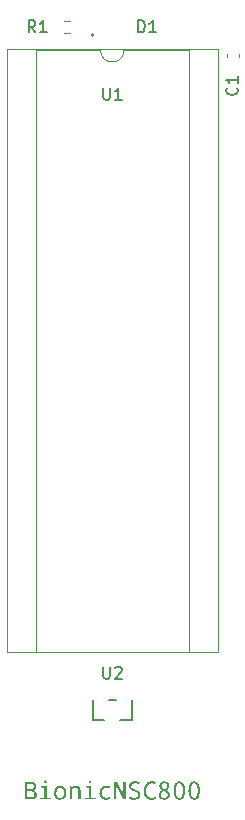
<source format=gbr>
G04 #@! TF.GenerationSoftware,KiCad,Pcbnew,8.0.4+dfsg-1*
G04 #@! TF.CreationDate,2025-02-23T16:27:37+09:00*
G04 #@! TF.ProjectId,bionic-nsc800,62696f6e-6963-42d6-9e73-633830302e6b,3*
G04 #@! TF.SameCoordinates,Original*
G04 #@! TF.FileFunction,Legend,Top*
G04 #@! TF.FilePolarity,Positive*
%FSLAX46Y46*%
G04 Gerber Fmt 4.6, Leading zero omitted, Abs format (unit mm)*
G04 Created by KiCad (PCBNEW 8.0.4+dfsg-1) date 2025-02-23 16:27:37*
%MOMM*%
%LPD*%
G01*
G04 APERTURE LIST*
%ADD10C,0.150000*%
%ADD11C,0.152400*%
%ADD12C,0.120000*%
G04 APERTURE END LIST*
D10*
G36*
X106815392Y-135683563D02*
G01*
X106892198Y-135690137D01*
X106974376Y-135703811D01*
X107045659Y-135723797D01*
X107115049Y-135755090D01*
X107140248Y-135771131D01*
X107196027Y-135822719D01*
X107235869Y-135888092D01*
X107259774Y-135967250D01*
X107267618Y-136047821D01*
X107267743Y-136060192D01*
X107259836Y-136137873D01*
X107232873Y-136213404D01*
X107186776Y-136278545D01*
X107130591Y-136326122D01*
X107063243Y-136360319D01*
X106984732Y-136381134D01*
X106967690Y-136383692D01*
X106967690Y-136393950D01*
X107047890Y-136411627D01*
X107117396Y-136436815D01*
X107189241Y-136478861D01*
X107244378Y-136532642D01*
X107282807Y-136598158D01*
X107304528Y-136675409D01*
X107309874Y-136745660D01*
X107305251Y-136818981D01*
X107288168Y-136896774D01*
X107258498Y-136966222D01*
X107216240Y-137027326D01*
X107178350Y-137065862D01*
X107116392Y-137111115D01*
X107045284Y-137145253D01*
X106965024Y-137168276D01*
X106888946Y-137179164D01*
X106820412Y-137182000D01*
X106277460Y-137182000D01*
X106277460Y-137018235D01*
X106470168Y-137018235D01*
X106786340Y-137018235D01*
X106861473Y-137013855D01*
X106941302Y-136996065D01*
X107016436Y-136956652D01*
X107069029Y-136897533D01*
X107099082Y-136818707D01*
X107106909Y-136737966D01*
X107098760Y-136663135D01*
X107067470Y-136590080D01*
X107012713Y-136535288D01*
X106934489Y-136498761D01*
X106851375Y-136482272D01*
X106773151Y-136478214D01*
X106470168Y-136478214D01*
X106470168Y-137018235D01*
X106277460Y-137018235D01*
X106277460Y-136314449D01*
X106470168Y-136314449D01*
X106762526Y-136314449D01*
X106837494Y-136310946D01*
X106915875Y-136296713D01*
X106987454Y-136265183D01*
X106996999Y-136258395D01*
X107044678Y-136200759D01*
X107067115Y-136126089D01*
X107070639Y-136073015D01*
X107061331Y-135997322D01*
X107026331Y-135928965D01*
X106991870Y-135898259D01*
X106919811Y-135865887D01*
X106839926Y-135850324D01*
X106763036Y-135845344D01*
X106742010Y-135845136D01*
X106470168Y-135845136D01*
X106470168Y-136314449D01*
X106277460Y-136314449D01*
X106277460Y-135681371D01*
X106731019Y-135681371D01*
X106815392Y-135683563D01*
G37*
G36*
X108050663Y-135587582D02*
G01*
X108125295Y-135609952D01*
X108158134Y-135677061D01*
X108159840Y-135704452D01*
X108141498Y-135776580D01*
X108127233Y-135793113D01*
X108058869Y-135821801D01*
X108050663Y-135822055D01*
X107979264Y-135802646D01*
X107943080Y-135738332D01*
X107940387Y-135704452D01*
X107958587Y-135628784D01*
X108024817Y-135589408D01*
X108050663Y-135587582D01*
G37*
G36*
X107956141Y-136203807D02*
G01*
X107678803Y-136182191D01*
X107678803Y-136056528D01*
X108143353Y-136056528D01*
X108143353Y-137034721D01*
X108506054Y-137055237D01*
X108506054Y-137182000D01*
X107601500Y-137182000D01*
X107601500Y-137055237D01*
X107956141Y-137034721D01*
X107956141Y-136203807D01*
G37*
G36*
X109375096Y-136038697D02*
G01*
X109450736Y-136055544D01*
X109520657Y-136083622D01*
X109584859Y-136122932D01*
X109643343Y-136173473D01*
X109661567Y-136192816D01*
X109710249Y-136256400D01*
X109748859Y-136327352D01*
X109777396Y-136405671D01*
X109795862Y-136491357D01*
X109803556Y-136568390D01*
X109804815Y-136617066D01*
X109801363Y-136699648D01*
X109791005Y-136776577D01*
X109773742Y-136847854D01*
X109743912Y-136925924D01*
X109704139Y-136995854D01*
X109663399Y-137047910D01*
X109607207Y-137101448D01*
X109544422Y-137143909D01*
X109475041Y-137175293D01*
X109399067Y-137195601D01*
X109316497Y-137204831D01*
X109287509Y-137205447D01*
X109206747Y-137199818D01*
X109131523Y-137182933D01*
X109061838Y-137154790D01*
X108997692Y-137115390D01*
X108939083Y-137064733D01*
X108920778Y-137045346D01*
X108871972Y-136981396D01*
X108833263Y-136909900D01*
X108804652Y-136830855D01*
X108788523Y-136759219D01*
X108779407Y-136682342D01*
X108777163Y-136617066D01*
X108970970Y-136617066D01*
X108973788Y-136694390D01*
X108986310Y-136785657D01*
X109008850Y-136863404D01*
X109051112Y-136941573D01*
X109109027Y-136998615D01*
X109182595Y-137034531D01*
X109271816Y-137049319D01*
X109291539Y-137049742D01*
X109366414Y-137042981D01*
X109445970Y-137015517D01*
X109509926Y-136966925D01*
X109558283Y-136897207D01*
X109585738Y-136826221D01*
X109603209Y-136741714D01*
X109610696Y-136643686D01*
X109611008Y-136617066D01*
X109608181Y-136540528D01*
X109595616Y-136450187D01*
X109572999Y-136373231D01*
X109530591Y-136295856D01*
X109472478Y-136239393D01*
X109398657Y-136203843D01*
X109309131Y-136189204D01*
X109289341Y-136188786D01*
X109214722Y-136195478D01*
X109135441Y-136222664D01*
X109071704Y-136270761D01*
X109023514Y-136339771D01*
X108996154Y-136410036D01*
X108978743Y-136493684D01*
X108971281Y-136590717D01*
X108970970Y-136617066D01*
X108777163Y-136617066D01*
X108780571Y-136535249D01*
X108790795Y-136459014D01*
X108812060Y-136374899D01*
X108843139Y-136298821D01*
X108884033Y-136230780D01*
X108916748Y-136189885D01*
X108972531Y-136136596D01*
X109035193Y-136094333D01*
X109104732Y-136063094D01*
X109181149Y-136042881D01*
X109264444Y-136033694D01*
X109293737Y-136033081D01*
X109375096Y-136038697D01*
G37*
G36*
X110833200Y-137182000D02*
G01*
X110833200Y-136455866D01*
X110827216Y-136378924D01*
X110804238Y-136303808D01*
X110755649Y-136239907D01*
X110683604Y-136201566D01*
X110603181Y-136189047D01*
X110588102Y-136188786D01*
X110513913Y-136195174D01*
X110435088Y-136221128D01*
X110371718Y-136267045D01*
X110323804Y-136332926D01*
X110291347Y-136418771D01*
X110276509Y-136501821D01*
X110271563Y-136597648D01*
X110271563Y-137182000D01*
X110083985Y-137182000D01*
X110083985Y-136056528D01*
X110235293Y-136056528D01*
X110263137Y-136206371D01*
X110273395Y-136206371D01*
X110317951Y-136147480D01*
X110381850Y-136094173D01*
X110458581Y-136057450D01*
X110534564Y-136039173D01*
X110619976Y-136033081D01*
X110713914Y-136039521D01*
X110795327Y-136058841D01*
X110864215Y-136091041D01*
X110932711Y-136149404D01*
X110973418Y-136210584D01*
X111001599Y-136284644D01*
X111017255Y-136371583D01*
X111020778Y-136445241D01*
X111020778Y-137182000D01*
X110833200Y-137182000D01*
G37*
G36*
X111831542Y-135587582D02*
G01*
X111906175Y-135609952D01*
X111939013Y-135677061D01*
X111940719Y-135704452D01*
X111922378Y-135776580D01*
X111908112Y-135793113D01*
X111839748Y-135821801D01*
X111831542Y-135822055D01*
X111760143Y-135802646D01*
X111723959Y-135738332D01*
X111721267Y-135704452D01*
X111739466Y-135628784D01*
X111805696Y-135589408D01*
X111831542Y-135587582D01*
G37*
G36*
X111737020Y-136203807D02*
G01*
X111459683Y-136182191D01*
X111459683Y-136056528D01*
X111924232Y-136056528D01*
X111924232Y-137034721D01*
X112286933Y-137055237D01*
X112286933Y-137182000D01*
X111382380Y-137182000D01*
X111382380Y-137055237D01*
X111737020Y-137034721D01*
X111737020Y-136203807D01*
G37*
G36*
X113532938Y-136093898D02*
G01*
X113469191Y-136256563D01*
X113393948Y-136230437D01*
X113322828Y-136211775D01*
X113247744Y-136199704D01*
X113192952Y-136196846D01*
X113103393Y-136203504D01*
X113025775Y-136223476D01*
X112960099Y-136256764D01*
X112894795Y-136317098D01*
X112855987Y-136380344D01*
X112829119Y-136456906D01*
X112814192Y-136546782D01*
X112810834Y-136622928D01*
X112814102Y-136697764D01*
X112828628Y-136786095D01*
X112854774Y-136861340D01*
X112903799Y-136936993D01*
X112970981Y-136992200D01*
X113056319Y-137026960D01*
X113137664Y-137040046D01*
X113182694Y-137041682D01*
X113264095Y-137037698D01*
X113346367Y-137025745D01*
X113419068Y-137008750D01*
X113492436Y-136985654D01*
X113513521Y-136977935D01*
X113513521Y-137142799D01*
X113440545Y-137170207D01*
X113359739Y-137189785D01*
X113282610Y-137200491D01*
X113199485Y-137205202D01*
X113174634Y-137205447D01*
X113094747Y-137201789D01*
X113020639Y-137190814D01*
X112939336Y-137167986D01*
X112866354Y-137134623D01*
X112801692Y-137090723D01*
X112763207Y-137055604D01*
X112713528Y-136994827D01*
X112674129Y-136924880D01*
X112645007Y-136845763D01*
X112628590Y-136772826D01*
X112619311Y-136693521D01*
X112617027Y-136625492D01*
X112620677Y-136538418D01*
X112631625Y-136458088D01*
X112649871Y-136384502D01*
X112681401Y-136305101D01*
X112723442Y-136235412D01*
X112766504Y-136184756D01*
X112826821Y-136133210D01*
X112895664Y-136092329D01*
X112973035Y-136062113D01*
X113058931Y-136042561D01*
X113137025Y-136034414D01*
X113186724Y-136033081D01*
X113266027Y-136035991D01*
X113343332Y-136044722D01*
X113418638Y-136059273D01*
X113491945Y-136079644D01*
X113532938Y-136093898D01*
G37*
G36*
X114825105Y-137182000D02*
G01*
X114603821Y-137182000D01*
X114005914Y-135941124D01*
X113997854Y-135941124D01*
X114003131Y-136026427D01*
X114007514Y-136104879D01*
X114011593Y-136189977D01*
X114014384Y-136265209D01*
X114016011Y-136340510D01*
X114016172Y-136368671D01*
X114016172Y-137182000D01*
X113839218Y-137182000D01*
X113839218Y-135681371D01*
X114058671Y-135681371D01*
X114654013Y-136916019D01*
X114660241Y-136916019D01*
X114656892Y-136841584D01*
X114653334Y-136757637D01*
X114650473Y-136683797D01*
X114647962Y-136608531D01*
X114646176Y-136530816D01*
X114645953Y-136501661D01*
X114645953Y-135681371D01*
X114825105Y-135681371D01*
X114825105Y-137182000D01*
G37*
G36*
X115105740Y-137135105D02*
G01*
X115105740Y-136953388D01*
X115186927Y-136983394D01*
X115267547Y-137007192D01*
X115347600Y-137024782D01*
X115427087Y-137036164D01*
X115506007Y-137041337D01*
X115532188Y-137041682D01*
X115616681Y-137037789D01*
X115689908Y-137026112D01*
X115765599Y-137000566D01*
X115833193Y-136953855D01*
X115875440Y-136889627D01*
X115892338Y-136807881D01*
X115892690Y-136792554D01*
X115882489Y-136719276D01*
X115844802Y-136651365D01*
X115820150Y-136628057D01*
X115752659Y-136585750D01*
X115681441Y-136551826D01*
X115603836Y-136519965D01*
X115525960Y-136491036D01*
X115449839Y-136461717D01*
X115382219Y-136430363D01*
X115314073Y-136391211D01*
X115250360Y-136343074D01*
X115218214Y-136311152D01*
X115173230Y-136247492D01*
X115142969Y-136173980D01*
X115128429Y-136100363D01*
X115125157Y-136040042D01*
X115131486Y-135965380D01*
X115154218Y-135889153D01*
X115193481Y-135822635D01*
X115249278Y-135765826D01*
X115257415Y-135759407D01*
X115320136Y-135719864D01*
X115392254Y-135690034D01*
X115473768Y-135669916D01*
X115551117Y-135660402D01*
X115620848Y-135657924D01*
X115707805Y-135660745D01*
X115791723Y-135669207D01*
X115872600Y-135683311D01*
X115950438Y-135703056D01*
X116025237Y-135728442D01*
X116049494Y-135738158D01*
X115983549Y-135907418D01*
X115909888Y-135880027D01*
X115838108Y-135858302D01*
X115756741Y-135840120D01*
X115677933Y-135829652D01*
X115612422Y-135826818D01*
X115525453Y-135832068D01*
X115453225Y-135847820D01*
X115386008Y-135880582D01*
X115334417Y-135937916D01*
X115311717Y-136015832D01*
X115310537Y-136041874D01*
X115320017Y-136114912D01*
X115355039Y-136185407D01*
X115377948Y-136210768D01*
X115441307Y-136255720D01*
X115508758Y-136289826D01*
X115582541Y-136320646D01*
X115656752Y-136347788D01*
X115731863Y-136376210D01*
X115811136Y-136410694D01*
X115878558Y-136445590D01*
X115942241Y-136486823D01*
X115995272Y-136534634D01*
X116040095Y-136600222D01*
X116068316Y-136676543D01*
X116079522Y-136754409D01*
X116080269Y-136782296D01*
X116073432Y-136864640D01*
X116052920Y-136938884D01*
X116018735Y-137005029D01*
X115970875Y-137063074D01*
X115937387Y-137092607D01*
X115869286Y-137136575D01*
X115801760Y-137165666D01*
X115725786Y-137186824D01*
X115641361Y-137200047D01*
X115564554Y-137205006D01*
X115532188Y-137205447D01*
X115449809Y-137203729D01*
X115373263Y-137198577D01*
X115289105Y-137187861D01*
X115213345Y-137172199D01*
X115135572Y-137147676D01*
X115105740Y-137135105D01*
G37*
G36*
X117378664Y-136976836D02*
G01*
X117378664Y-137144264D01*
X117299140Y-137171031D01*
X117222606Y-137188179D01*
X117139587Y-137199472D01*
X117063264Y-137204491D01*
X117009735Y-137205447D01*
X116932478Y-137202293D01*
X116842475Y-137189479D01*
X116759771Y-137166808D01*
X116684366Y-137134281D01*
X116616260Y-137091897D01*
X116555452Y-137039656D01*
X116522470Y-137003580D01*
X116473814Y-136936355D01*
X116433405Y-136860848D01*
X116401243Y-136777059D01*
X116381451Y-136704063D01*
X116366936Y-136625767D01*
X116357700Y-136542170D01*
X116353741Y-136453273D01*
X116353576Y-136430220D01*
X116356456Y-136343426D01*
X116365094Y-136261280D01*
X116379491Y-136183783D01*
X116399647Y-136110934D01*
X116432940Y-136026409D01*
X116475231Y-135949147D01*
X116526520Y-135879147D01*
X116537858Y-135866019D01*
X116598852Y-135806070D01*
X116666429Y-135756281D01*
X116740589Y-135716654D01*
X116821332Y-135687187D01*
X116908658Y-135667882D01*
X116983259Y-135659753D01*
X117041975Y-135657924D01*
X117124944Y-135661041D01*
X117203765Y-135670392D01*
X117278439Y-135685977D01*
X117348965Y-135707795D01*
X117426004Y-135741130D01*
X117436549Y-135746584D01*
X117356315Y-135907418D01*
X117286927Y-135876012D01*
X117208056Y-135849566D01*
X117129643Y-135833194D01*
X117051687Y-135826897D01*
X117041975Y-135826818D01*
X116962012Y-135832550D01*
X116888360Y-135849744D01*
X116810409Y-135884293D01*
X116741048Y-135934445D01*
X116688433Y-135989850D01*
X116643611Y-136055057D01*
X116608062Y-136128405D01*
X116581787Y-136209892D01*
X116566975Y-136284016D01*
X116558603Y-136363794D01*
X116556542Y-136431685D01*
X116559557Y-136520538D01*
X116568599Y-136602539D01*
X116583671Y-136677688D01*
X116609714Y-136758823D01*
X116644439Y-136830093D01*
X116680007Y-136881947D01*
X116739635Y-136942189D01*
X116810168Y-136987635D01*
X116879303Y-137014811D01*
X116956450Y-137031118D01*
X117041609Y-137036553D01*
X117122482Y-137031829D01*
X117203517Y-137019699D01*
X117281486Y-137002962D01*
X117353562Y-136984067D01*
X117378664Y-136976836D01*
G37*
G36*
X118193147Y-135662587D02*
G01*
X118265760Y-135676577D01*
X118340247Y-135703986D01*
X118405666Y-135743576D01*
X118420604Y-135755377D01*
X118472055Y-135808385D01*
X118512366Y-135878256D01*
X118532579Y-135949462D01*
X118538207Y-136018793D01*
X118528714Y-136103500D01*
X118500236Y-136180943D01*
X118452774Y-136251122D01*
X118398719Y-136304055D01*
X118331480Y-136351944D01*
X118268196Y-136386623D01*
X118342814Y-136429018D01*
X118407483Y-136473772D01*
X118474329Y-136533030D01*
X118525629Y-136595974D01*
X118561383Y-136662603D01*
X118583769Y-136747422D01*
X118586567Y-136791822D01*
X118580343Y-136870060D01*
X118561673Y-136941287D01*
X118525093Y-137014102D01*
X118472257Y-137077757D01*
X118456507Y-137092240D01*
X118395770Y-137136351D01*
X118327038Y-137169628D01*
X118250312Y-137192070D01*
X118165591Y-137203678D01*
X118113590Y-137205447D01*
X118033623Y-137201699D01*
X117960507Y-137190455D01*
X117883866Y-137167862D01*
X117816552Y-137135066D01*
X117766277Y-137098835D01*
X117711780Y-137040056D01*
X117672854Y-136970699D01*
X117649498Y-136890763D01*
X117641835Y-136812141D01*
X117641713Y-136800248D01*
X117641778Y-136799515D01*
X117824895Y-136799515D01*
X117834890Y-136883184D01*
X117871816Y-136958918D01*
X117935950Y-137011091D01*
X118012577Y-137037057D01*
X118091703Y-137045472D01*
X118109194Y-137045712D01*
X118183080Y-137040409D01*
X118259690Y-137019523D01*
X118326082Y-136978667D01*
X118372965Y-136920742D01*
X118398210Y-136848081D01*
X118403018Y-136791455D01*
X118390606Y-136714739D01*
X118353370Y-136646157D01*
X118338172Y-136628057D01*
X118282854Y-136578422D01*
X118221622Y-136537038D01*
X118155127Y-136499669D01*
X118117620Y-136480778D01*
X118086846Y-136466490D01*
X118011382Y-136507368D01*
X117948708Y-136552378D01*
X117890383Y-136611845D01*
X117850476Y-136677263D01*
X117828988Y-136748631D01*
X117824895Y-136799515D01*
X117641778Y-136799515D01*
X117648806Y-136720514D01*
X117670085Y-136646862D01*
X117705550Y-136579292D01*
X117755200Y-136517804D01*
X117819037Y-136462399D01*
X117897059Y-136413075D01*
X117932240Y-136395049D01*
X117862475Y-136346300D01*
X117804535Y-136293705D01*
X117750615Y-136225514D01*
X117713722Y-136151785D01*
X117693857Y-136072517D01*
X117690841Y-136027952D01*
X117873622Y-136027952D01*
X117883369Y-136102765D01*
X117915446Y-136171093D01*
X117924546Y-136183290D01*
X117980676Y-136234909D01*
X118043931Y-136274779D01*
X118115789Y-136310785D01*
X118184604Y-136276253D01*
X118251786Y-136230091D01*
X118308937Y-136169724D01*
X118343228Y-136102344D01*
X118354658Y-136027952D01*
X118343956Y-135952646D01*
X118305010Y-135885740D01*
X118289812Y-135871515D01*
X118223744Y-135834699D01*
X118145694Y-135818974D01*
X118111392Y-135817659D01*
X118035795Y-135825232D01*
X117963487Y-135853212D01*
X117937736Y-135871515D01*
X117891716Y-135932711D01*
X117874185Y-136009146D01*
X117873622Y-136027952D01*
X117690841Y-136027952D01*
X117690073Y-136016595D01*
X117697561Y-135938422D01*
X117723884Y-135860659D01*
X117769161Y-135793676D01*
X117809874Y-135755011D01*
X117873919Y-135712535D01*
X117945887Y-135682196D01*
X118025777Y-135663992D01*
X118102181Y-135658019D01*
X118113590Y-135657924D01*
X118193147Y-135662587D01*
G37*
G36*
X119457153Y-135664918D02*
G01*
X119534403Y-135685899D01*
X119603435Y-135720869D01*
X119664250Y-135769826D01*
X119716848Y-135832770D01*
X119732554Y-135856860D01*
X119767806Y-135923339D01*
X119797083Y-135998440D01*
X119820385Y-136082163D01*
X119834725Y-136155350D01*
X119845240Y-136234056D01*
X119851932Y-136318279D01*
X119854800Y-136408021D01*
X119854920Y-136431319D01*
X119853032Y-136525061D01*
X119847369Y-136612755D01*
X119837931Y-136694402D01*
X119824718Y-136770000D01*
X119797819Y-136872058D01*
X119762426Y-136960508D01*
X119718538Y-137035350D01*
X119666156Y-137096585D01*
X119605280Y-137144212D01*
X119535910Y-137178231D01*
X119458045Y-137198643D01*
X119371685Y-137205447D01*
X119287227Y-137198453D01*
X119210806Y-137177471D01*
X119142421Y-137142502D01*
X119082074Y-137093545D01*
X119029764Y-137030601D01*
X119014114Y-137006511D01*
X118979073Y-136940014D01*
X118949971Y-136864860D01*
X118926809Y-136781047D01*
X118912555Y-136707762D01*
X118902102Y-136628937D01*
X118895450Y-136544570D01*
X118892600Y-136454662D01*
X118892481Y-136431319D01*
X118892496Y-136430586D01*
X119083357Y-136430586D01*
X119084444Y-136509515D01*
X119087707Y-136582719D01*
X119094845Y-136666174D01*
X119105381Y-136740685D01*
X119122512Y-136818291D01*
X119148683Y-136892553D01*
X119152966Y-136901731D01*
X119192739Y-136964723D01*
X119249363Y-137014076D01*
X119318564Y-137040650D01*
X119371685Y-137045712D01*
X119450627Y-137034294D01*
X119516817Y-137000040D01*
X119570256Y-136942949D01*
X119594435Y-136901364D01*
X119622129Y-136829374D01*
X119640453Y-136753855D01*
X119651905Y-136681181D01*
X119659887Y-136599652D01*
X119664399Y-136509269D01*
X119665509Y-136430586D01*
X119664399Y-136352425D01*
X119659887Y-136262612D01*
X119651905Y-136181565D01*
X119637746Y-136095878D01*
X119618589Y-136022814D01*
X119594435Y-135962373D01*
X119553860Y-135899061D01*
X119496170Y-135849456D01*
X119425730Y-135822747D01*
X119371685Y-135817659D01*
X119294099Y-135829019D01*
X119229091Y-135863100D01*
X119176660Y-135919900D01*
X119152966Y-135961274D01*
X119125843Y-136032693D01*
X119107897Y-136107835D01*
X119096680Y-136180272D01*
X119088863Y-136261636D01*
X119084444Y-136351927D01*
X119083357Y-136430586D01*
X118892496Y-136430586D01*
X118894353Y-136337666D01*
X118899968Y-136250055D01*
X118909328Y-136168486D01*
X118922431Y-136092959D01*
X118949106Y-135990998D01*
X118984204Y-135902631D01*
X119027725Y-135827860D01*
X119079670Y-135766683D01*
X119140039Y-135719101D01*
X119208831Y-135685114D01*
X119286046Y-135664722D01*
X119371685Y-135657924D01*
X119457153Y-135664918D01*
G37*
G36*
X120717446Y-135664918D02*
G01*
X120794696Y-135685899D01*
X120863728Y-135720869D01*
X120924543Y-135769826D01*
X120977141Y-135832770D01*
X120992847Y-135856860D01*
X121028099Y-135923339D01*
X121057376Y-135998440D01*
X121080678Y-136082163D01*
X121095018Y-136155350D01*
X121105534Y-136234056D01*
X121112225Y-136318279D01*
X121115093Y-136408021D01*
X121115213Y-136431319D01*
X121113325Y-136525061D01*
X121107662Y-136612755D01*
X121098224Y-136694402D01*
X121085011Y-136770000D01*
X121058112Y-136872058D01*
X121022719Y-136960508D01*
X120978831Y-137035350D01*
X120926449Y-137096585D01*
X120865573Y-137144212D01*
X120796203Y-137178231D01*
X120718338Y-137198643D01*
X120631978Y-137205447D01*
X120547520Y-137198453D01*
X120471099Y-137177471D01*
X120402715Y-137142502D01*
X120342367Y-137093545D01*
X120290058Y-137030601D01*
X120274407Y-137006511D01*
X120239366Y-136940014D01*
X120210265Y-136864860D01*
X120187102Y-136781047D01*
X120172848Y-136707762D01*
X120162395Y-136628937D01*
X120155744Y-136544570D01*
X120152893Y-136454662D01*
X120152774Y-136431319D01*
X120152789Y-136430586D01*
X120343650Y-136430586D01*
X120344737Y-136509515D01*
X120348000Y-136582719D01*
X120355138Y-136666174D01*
X120365675Y-136740685D01*
X120382805Y-136818291D01*
X120408976Y-136892553D01*
X120413259Y-136901731D01*
X120453032Y-136964723D01*
X120509656Y-137014076D01*
X120578857Y-137040650D01*
X120631978Y-137045712D01*
X120710920Y-137034294D01*
X120777110Y-137000040D01*
X120830549Y-136942949D01*
X120854728Y-136901364D01*
X120882422Y-136829374D01*
X120900746Y-136753855D01*
X120912198Y-136681181D01*
X120920180Y-136599652D01*
X120924692Y-136509269D01*
X120925803Y-136430586D01*
X120924692Y-136352425D01*
X120920180Y-136262612D01*
X120912198Y-136181565D01*
X120898039Y-136095878D01*
X120878882Y-136022814D01*
X120854728Y-135962373D01*
X120814153Y-135899061D01*
X120756464Y-135849456D01*
X120686023Y-135822747D01*
X120631978Y-135817659D01*
X120554393Y-135829019D01*
X120489384Y-135863100D01*
X120436953Y-135919900D01*
X120413259Y-135961274D01*
X120386136Y-136032693D01*
X120368190Y-136107835D01*
X120356973Y-136180272D01*
X120349156Y-136261636D01*
X120344737Y-136351927D01*
X120343650Y-136430586D01*
X120152789Y-136430586D01*
X120154646Y-136337666D01*
X120160262Y-136250055D01*
X120169621Y-136168486D01*
X120182724Y-136092959D01*
X120209399Y-135990998D01*
X120244497Y-135902631D01*
X120288018Y-135827860D01*
X120339963Y-135766683D01*
X120400332Y-135719101D01*
X120469124Y-135685114D01*
X120546339Y-135664722D01*
X120631978Y-135657924D01*
X120717446Y-135664918D01*
G37*
X112938095Y-125969819D02*
X112938095Y-126779342D01*
X112938095Y-126779342D02*
X112985714Y-126874580D01*
X112985714Y-126874580D02*
X113033333Y-126922200D01*
X113033333Y-126922200D02*
X113128571Y-126969819D01*
X113128571Y-126969819D02*
X113319047Y-126969819D01*
X113319047Y-126969819D02*
X113414285Y-126922200D01*
X113414285Y-126922200D02*
X113461904Y-126874580D01*
X113461904Y-126874580D02*
X113509523Y-126779342D01*
X113509523Y-126779342D02*
X113509523Y-125969819D01*
X113938095Y-126065057D02*
X113985714Y-126017438D01*
X113985714Y-126017438D02*
X114080952Y-125969819D01*
X114080952Y-125969819D02*
X114319047Y-125969819D01*
X114319047Y-125969819D02*
X114414285Y-126017438D01*
X114414285Y-126017438D02*
X114461904Y-126065057D01*
X114461904Y-126065057D02*
X114509523Y-126160295D01*
X114509523Y-126160295D02*
X114509523Y-126255533D01*
X114509523Y-126255533D02*
X114461904Y-126398390D01*
X114461904Y-126398390D02*
X113890476Y-126969819D01*
X113890476Y-126969819D02*
X114509523Y-126969819D01*
X112938095Y-76947819D02*
X112938095Y-77757342D01*
X112938095Y-77757342D02*
X112985714Y-77852580D01*
X112985714Y-77852580D02*
X113033333Y-77900200D01*
X113033333Y-77900200D02*
X113128571Y-77947819D01*
X113128571Y-77947819D02*
X113319047Y-77947819D01*
X113319047Y-77947819D02*
X113414285Y-77900200D01*
X113414285Y-77900200D02*
X113461904Y-77852580D01*
X113461904Y-77852580D02*
X113509523Y-77757342D01*
X113509523Y-77757342D02*
X113509523Y-76947819D01*
X114509523Y-77947819D02*
X113938095Y-77947819D01*
X114223809Y-77947819D02*
X114223809Y-76947819D01*
X114223809Y-76947819D02*
X114128571Y-77090676D01*
X114128571Y-77090676D02*
X114033333Y-77185914D01*
X114033333Y-77185914D02*
X113938095Y-77233533D01*
X115882905Y-72232819D02*
X115882905Y-71232819D01*
X115882905Y-71232819D02*
X116121000Y-71232819D01*
X116121000Y-71232819D02*
X116263857Y-71280438D01*
X116263857Y-71280438D02*
X116359095Y-71375676D01*
X116359095Y-71375676D02*
X116406714Y-71470914D01*
X116406714Y-71470914D02*
X116454333Y-71661390D01*
X116454333Y-71661390D02*
X116454333Y-71804247D01*
X116454333Y-71804247D02*
X116406714Y-71994723D01*
X116406714Y-71994723D02*
X116359095Y-72089961D01*
X116359095Y-72089961D02*
X116263857Y-72185200D01*
X116263857Y-72185200D02*
X116121000Y-72232819D01*
X116121000Y-72232819D02*
X115882905Y-72232819D01*
X117406714Y-72232819D02*
X116835286Y-72232819D01*
X117121000Y-72232819D02*
X117121000Y-71232819D01*
X117121000Y-71232819D02*
X117025762Y-71375676D01*
X117025762Y-71375676D02*
X116930524Y-71470914D01*
X116930524Y-71470914D02*
X116835286Y-71518533D01*
X107183333Y-72232819D02*
X106850000Y-71756628D01*
X106611905Y-72232819D02*
X106611905Y-71232819D01*
X106611905Y-71232819D02*
X106992857Y-71232819D01*
X106992857Y-71232819D02*
X107088095Y-71280438D01*
X107088095Y-71280438D02*
X107135714Y-71328057D01*
X107135714Y-71328057D02*
X107183333Y-71423295D01*
X107183333Y-71423295D02*
X107183333Y-71566152D01*
X107183333Y-71566152D02*
X107135714Y-71661390D01*
X107135714Y-71661390D02*
X107088095Y-71709009D01*
X107088095Y-71709009D02*
X106992857Y-71756628D01*
X106992857Y-71756628D02*
X106611905Y-71756628D01*
X108135714Y-72232819D02*
X107564286Y-72232819D01*
X107850000Y-72232819D02*
X107850000Y-71232819D01*
X107850000Y-71232819D02*
X107754762Y-71375676D01*
X107754762Y-71375676D02*
X107659524Y-71470914D01*
X107659524Y-71470914D02*
X107564286Y-71518533D01*
X124240380Y-76923066D02*
X124288000Y-76970685D01*
X124288000Y-76970685D02*
X124335619Y-77113542D01*
X124335619Y-77113542D02*
X124335619Y-77208780D01*
X124335619Y-77208780D02*
X124288000Y-77351637D01*
X124288000Y-77351637D02*
X124192761Y-77446875D01*
X124192761Y-77446875D02*
X124097523Y-77494494D01*
X124097523Y-77494494D02*
X123907047Y-77542113D01*
X123907047Y-77542113D02*
X123764190Y-77542113D01*
X123764190Y-77542113D02*
X123573714Y-77494494D01*
X123573714Y-77494494D02*
X123478476Y-77446875D01*
X123478476Y-77446875D02*
X123383238Y-77351637D01*
X123383238Y-77351637D02*
X123335619Y-77208780D01*
X123335619Y-77208780D02*
X123335619Y-77113542D01*
X123335619Y-77113542D02*
X123383238Y-76970685D01*
X123383238Y-76970685D02*
X123430857Y-76923066D01*
X124335619Y-75970685D02*
X124335619Y-76542113D01*
X124335619Y-76256399D02*
X123335619Y-76256399D01*
X123335619Y-76256399D02*
X123478476Y-76351637D01*
X123478476Y-76351637D02*
X123573714Y-76446875D01*
X123573714Y-76446875D02*
X123621333Y-76542113D01*
D11*
X115352000Y-130467000D02*
X115352000Y-128813000D01*
X114362940Y-130467000D02*
X115352000Y-130467000D01*
X113987061Y-128813000D02*
X113412939Y-128813000D01*
X112048000Y-130467000D02*
X113037060Y-130467000D01*
X112048000Y-128813000D02*
X112048000Y-130467000D01*
D12*
X104750000Y-73690000D02*
X104750000Y-124730000D01*
X104750000Y-124730000D02*
X122650000Y-124730000D01*
X107240000Y-73750000D02*
X107240000Y-124670000D01*
X107240000Y-124670000D02*
X120160000Y-124670000D01*
X112700000Y-73750000D02*
X107240000Y-73750000D01*
X120160000Y-73750000D02*
X114700000Y-73750000D01*
X120160000Y-124670000D02*
X120160000Y-73750000D01*
X122650000Y-73690000D02*
X104750000Y-73690000D01*
X122650000Y-124730000D02*
X122650000Y-73690000D01*
X114700000Y-73750000D02*
G75*
G02*
X112700000Y-73750000I-1000000J0D01*
G01*
D11*
X112125200Y-72463800D02*
G75*
G02*
X111972800Y-72463800I-76200J0D01*
G01*
X111972800Y-72463800D02*
G75*
G02*
X112125200Y-72463800I76200J0D01*
G01*
D12*
X110144724Y-71255500D02*
X109635276Y-71255500D01*
X110144724Y-72300500D02*
X109635276Y-72300500D01*
X123400800Y-74362667D02*
X123400800Y-74070133D01*
X124420800Y-74362667D02*
X124420800Y-74070133D01*
M02*

</source>
